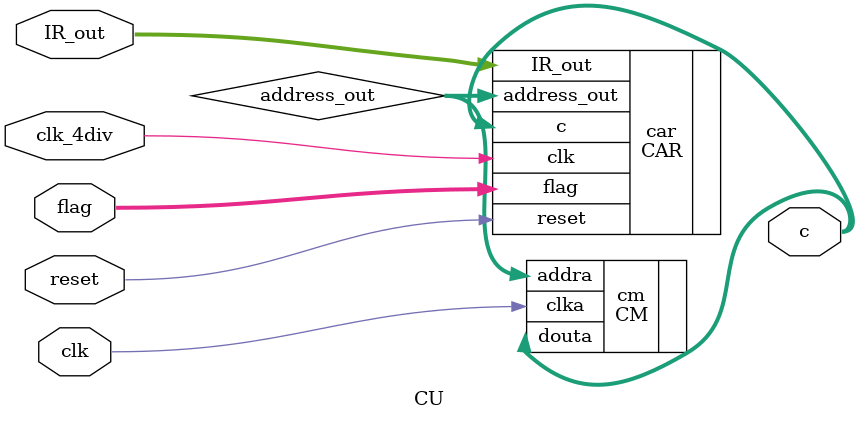
<source format=v>
`timescale 1ns / 1ps


module CU(
    input clk,
    input clk_4div,
    input reset,
    output [31:0] c,
    input [7:0]IR_out,
    input [7:0]flag
    );
    wire [7:0]address_out; //address of micro-operations
    
    CAR car(
    .clk(clk_4div),
    .reset(reset),
    .c(c),
    .IR_out(IR_out),
    .flag(flag),
    .address_out(address_out)
    );
    
    CM cm(
    .clka(clk),
    .addra(address_out),
    .douta(c)
    );
    
endmodule

</source>
